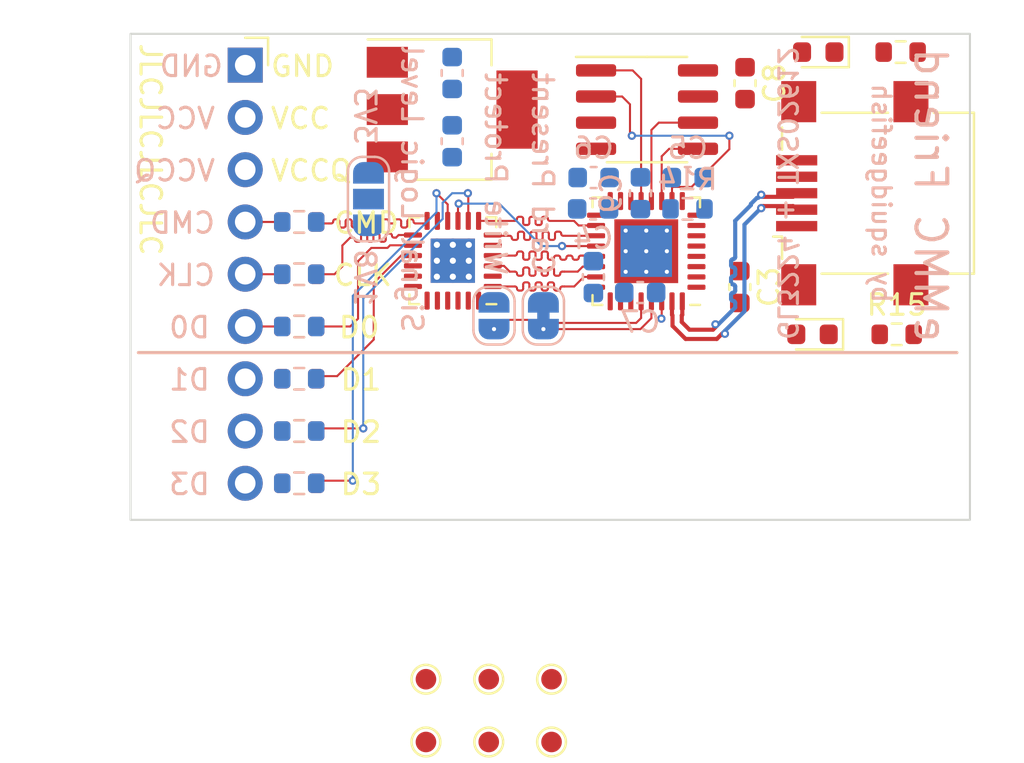
<source format=kicad_pcb>
(kicad_pcb (version 20221018) (generator pcbnew)
  (layers (0 "F.Cu" signal) (31 "B.Cu" signal) (34 "B.Paste" user) (35 "F.Paste" user) (36 "B.SilkS" user "B.Silkscreen") (37 "F.SilkS" user "F.Silkscreen") (38 "B.Mask" user) (39 "F.Mask" user) (44 "Edge.Cuts" user))
  (net 0 "")
  (net 1 "GND")
  (net 2 "VCCQ")
  (net 3 "Net-(U1C-AVDD12)")
  (net 4 "Net-(U1C-DVDD12)")
  (net 5 "Net-(C5-Pad1)")
  (net 6 "+3V3")
  (net 7 "VBUS")
  (net 8 "+1V8")
  (net 9 "Net-(D1-K)")
  (net 10 "Net-(D1-A)")
  (net 12 "Net-(J1-Pin_4)")
  (net 13 "Net-(J1-Pin_5)")
  (net 14 "Net-(J1-Pin_6)")
  (net 15 "Net-(J1-Pin_7)")
  (net 16 "Net-(J1-Pin_8)")
  (net 17 "Net-(J1-Pin_9)")
  (net 24 "Net-(U2-CMDB_1)")
  (net 25 "Net-(U2-CLKB_1)")
  (net 26 "Net-(U2-DAT0B_1)")
  (net 27 "Net-(U2-DAT1B_1)")
  (net 28 "Net-(U2-DAT2B_1)")
  (net 29 "Net-(U2-DAT3B_1)")
  (net 31 "Net-(U1A-RTERM)")
  (net 32 "Net-(U1B-SPI_MISO)")
  (net 33 "Net-(U1B-SPI_MOSI)")
  (net 34 "Net-(U1B-SPI_CK)")
  (net 35 "Net-(U1B-SPI_CS)")
  (net 36 "Net-(U1A-SD_D1)")
  (net 37 "Net-(U1A-SD_D0)")
  (net 38 "Net-(U1A-SD_CLK)")
  (net 39 "Net-(U1A-SD_CMD)")
  (net 40 "Net-(U1A-SD_D3)")
  (net 41 "Net-(U1A-SD_D2)")
  (net 48 "/SD_WP")
  (net 49 "/SD_CD#")
  (net 50 "/VCCA")
  (net 51 "/D-")
  (net 52 "/D+")
  (net 53 "Net-(D2-K)")
  (net 54 "/SD_VCC")
  (footprint "LED_SMD:LED_0603_1608Metric" (layer "F.Cu") (at 152.3745 74.676 180)
    (fp_text reference "D2" hide)
    (fp_text value "LED_Small_Filled")
  )
  (footprint "Capacitor_SMD:C_0603_1608Metric" (layer "F.Cu") (at 149.098 62.471 -90)
    (fp_text reference "C8")
    (fp_text value "0.1uF")
  )
  (footprint "TestPoint:TestPoint_Pad_D1.0mm" (layer "F.Cu") (at 139.7 94.488)
    (fp_text reference "TP6" hide)
    (fp_text value "TestPoint_Small" hide)
  )
  (footprint "TestPoint:TestPoint_Pad_D1.0mm" (layer "F.Cu") (at 139.7 91.438)
    (fp_text reference "TP5" hide)
    (fp_text value "TestPoint_Small" hide)
  )
  (footprint "TestPoint:TestPoint_Pad_D1.0mm" (layer "F.Cu") (at 136.65 94.488)
    (fp_text reference "TP4" hide)
    (fp_text value "TestPoint_Small" hide)
  )
  (footprint "Connector_USB:USB_Mini-B_Lumberg_2486_01_Horizontal" (layer "F.Cu") (at 154.305 67.818 90)
    (fp_text reference "J2" hide)
    (fp_text value "USB_B_Mini")
  )
  (footprint "Connector_PinSocket_2.54mm:PinSocket_1x09_P2.54mm_Horizontal" (layer "F.Cu") (at 124.8225 61.595)
    (fp_text reference "J1" hide)
    (fp_text value "Conn_01x09_Socket")
  )
  (footprint "TestPoint:TestPoint_Pad_D1.0mm" (layer "F.Cu") (at 136.65 91.438)
    (fp_text reference "TP3" hide)
    (fp_text value "TestPoint_Small" hide)
  )
  (footprint "TestPoint:TestPoint_Pad_D1.0mm" (layer "F.Cu") (at 133.6 94.488)
    (fp_text reference "TP2" hide)
    (fp_text value "TestPoint_Small" hide)
  )
  (footprint "Package_DFN_QFN:QFN-24-1EP_4x4mm_P0.5mm_EP2.15x2.15mm_ThermalVias" (layer "F.Cu") (at 134.906097 71.1 180)
    (fp_text reference "U2" hide)
    (fp_text value "TXS02612")
  )
  (footprint "Resistor_SMD:R_0603_1608Metric" (layer "F.Cu") (at 156.464 74.676)
    (fp_text reference "R15")
    (fp_text value "220")
  )
  (footprint "Resistor_SMD:R_0603_1608Metric" (layer "F.Cu") (at 156.655 60.96)
    (fp_text reference "R13" hide)
    (fp_text value "220")
  )
  (footprint "Resistor_SMD:R_0603_1608Metric" (layer "F.Cu") (at 127.445 79.375 180)
    (fp_text reference "R5" hide)
    (fp_text value "0")
  )
  (footprint "TestPoint:TestPoint_Pad_D1.0mm" (layer "F.Cu") (at 133.6 91.438)
    (fp_text reference "TP1" hide)
    (fp_text value "TestPoint_Small" hide)
  )
  (footprint "Resistor_SMD:R_0603_1608Metric" (layer "F.Cu") (at 127.445 71.755 180)
    (fp_text reference "R2" hide)
    (fp_text value "0")
  )
  (footprint "Resistor_SMD:R_0603_1608Metric" (layer "F.Cu") (at 127.445 81.915 180)
    (fp_text reference "R6" hide)
    (fp_text value "0")
  )
  (footprint "Resistor_SMD:R_0603_1608Metric" (layer "F.Cu") (at 127.445 76.835 180)
    (fp_text reference "R4" hide)
    (fp_text value "0")
  )
  (footprint "Package_DFN_QFN:QFN-32-1EP_5x5mm_P0.5mm_EP3.1x3.1mm_ThermalVias" (layer "F.Cu") (at 144.3 70.6365 180)
    (fp_text reference "U1" hide)
    (fp_text value "~")
  )
  (footprint "Capacitor_SMD:C_0603_1608Metric" (layer "F.Cu") (at 148.844 72.377 -90)
    (fp_text reference "C3")
    (fp_text value "0.1uF")
  )
  (footprint "LED_SMD:LED_0603_1608Metric" (layer "F.Cu") (at 152.654 60.96 180)
    (fp_text reference "D1" hide)
    (fp_text value "LED_Small_Filled")
  )
  (footprint "Package_SO:SOIC-8_3.9x4.9mm_P1.27mm" (layer "F.Cu") (at 144.337 63.754)
    (fp_text reference "U3" hide)
    (fp_text value "W25X20CLSN")
  )
  (footprint "Resistor_SMD:R_0603_1608Metric" (layer "F.Cu") (at 127.445 69.215 180)
    (fp_text reference "R1" hide)
    (fp_text value "0")
  )
  (footprint "Resistor_SMD:R_0603_1608Metric" (layer "F.Cu") (at 127.445 74.295 180)
    (fp_text reference "R3" hide)
    (fp_text value "0")
  )
  (footprint "Package_TO_SOT_SMD:SOT-223-3_TabPin2" (layer "F.Cu") (at 134.874 63.754)
    (fp_text reference "U4" hide)
    (fp_text value "LM1117MP-1.8")
  )
  (footprint "Capacitor_SMD:C_0603_1608Metric" (layer "B.Cu") (at 144.018 67.818 -90)
    (fp_text reference "C9")
    (fp_text value "2.2uF")
  )
  (footprint "Resistor_SMD:R_0603_1608Metric" (layer "B.Cu") (at 146.304 68.58 180)
    (fp_text reference "R14")
    (fp_text value "680")
  )
  (footprint "Resistor_SMD:R_0603_1608Metric" (layer "B.Cu") (at 127.445 69.215)
    (fp_text reference "R12" hide)
    (fp_text value "47")
  )
  (footprint "Jumper:SolderJumper-2_P1.3mm_Bridged_RoundedPad1.0x1.5mm" (layer "B.Cu") (at 139.304001 73.772 90)
    (fp_text reference "JP2" hide)
    (fp_text value "SolderJumper_2_Bridged")
  )
  (footprint "Jumper:SolderJumper-2_P1.3mm_Open_RoundedPad1.0x1.5mm" (layer "B.Cu") (at 136.906 73.772 90)
    (fp_text reference "JP1" hide)
    (fp_text value "SolderJumper_2_Open")
  )
  (footprint "Resistor_SMD:R_0603_1608Metric" (layer "B.Cu") (at 127.445 79.375)
    (fp_text reference "R8" hide)
    (fp_text value "47")
  )
  (footprint "Resistor_SMD:R_0603_1608Metric" (layer "B.Cu") (at 127.445 76.835)
    (fp_text reference "R9" hide)
    (fp_text value "47")
  )
  (footprint "Capacitor_SMD:C_0603_1608Metric" (layer "B.Cu") (at 134.874 61.976 90)
    (fp_text reference "C11" hide)
    (fp_text value "4.7uF")
  )
  (footprint "Capacitor_SMD:C_0603_1608Metric" (layer "B.Cu") (at 144.005 72.644)
    (fp_text reference "C7")
    (fp_text value "0.1uF")
  )
  (footprint "Capacitor_SMD:C_0603_1608Metric" (layer "B.Cu") (at 141.719 68.58)
    (fp_text reference "C4")
    (fp_text value "1uF")
  )
  (footprint "Capacitor_SMD:C_0603_1608Metric" (layer "B.Cu") (at 141.745 67.056 180)
    (fp_text reference "C6")
    (fp_text value "0.1uF")
  )
  (footprint "Capacitor_SMD:C_0603_1608Metric" (layer "B.Cu") (at 141.732 71.895 90)
    (fp_text reference "C1" hide)
    (fp_text value "0.1uF")
  )
  (footprint "Capacitor_SMD:C_0603_1608Metric" (layer "B.Cu") (at 134.874 65.291 90)
    (fp_text reference "C10" hide)
    (fp_text value "4.7uF")
  )
  (footprint "Capacitor_SMD:C_0603_1608Metric" (layer "B.Cu") (at 146.317 67.056 180)
    (fp_text reference "C5")
    (fp_text value "1uF")
  )
  (footprint "Resistor_SMD:R_0603_1608Metric" (layer "B.Cu") (at 127.445 71.755)
    (fp_text reference "R11" hide)
    (fp_text value "47")
  )
  (footprint "Resistor_SMD:R_0603_1608Metric" (layer "B.Cu") (at 127.445 74.295)
    (fp_text reference "R10" hide)
    (fp_text value "47")
  )
  (footprint "Jumper:SolderJumper-3_P1.3mm_Open_RoundedPad1.0x1.5mm" (layer "B.Cu") (at 130.81 68.102 90)
    (fp_text reference "JP3" hide)
    (fp_text value "SolderJumper_3_Open")
  )
  (footprint "Resistor_SMD:R_0603_1608Metric" (layer "B.Cu") (at 127.445 81.915)
    (fp_text reference "R7" hide)
    (fp_text value "47")
  )
  (gr_line (start 119.634 75.565) (end 159.385 75.565) (stroke (width 0.15)) (layer "B.SilkS"))
  (gr_line (start 119.634 75.565) (end 159.385 75.565) (stroke (width 0.15)) (layer "F.SilkS"))
  (gr_rect (start 119.253 60.071) (end 160.02 83.693) (stroke (width 0.1)) (fill none) (layer "Edge.Cuts"))
  (gr_text "VCC" (at 123.444 64.77) (layer "B.SilkS") (effects (font (size 1 1)) (justify left bottom mirror)))
  (gr_text "D0" (at 123.19 74.93) (layer "B.SilkS") (effects (font (size 1 1)) (justify left bottom mirror)))
  (gr_text "by squidgeefish" (at 155.194 67.818 270) (layer "B.SilkS") (effects (font (size 0.9 0.9)) (justify bottom mirror)))
  (gr_text "Signal Logic Level" (at 132.334 74.676 270) (layer "B.SilkS") (effects (font (size 1 1)) (justify left bottom mirror)))
  (gr_text "CLK" (at 123.444 72.39) (layer "B.SilkS") (effects (font (size 1 1)) (justify left bottom mirror)))
  (gr_text "VCCQ" (at 123.444 67.31) (layer "B.SilkS") (effects (font (size 1 1)) (justify left bottom mirror)))
  (gr_text "GL3224 + TXS02612" (at 150.622 67.818 270) (layer "B.SilkS") (effects (font (size 0.9 0.9)) (justify bottom mirror)))
  (gr_text "CMD" (at 123.444 69.85) (layer "B.SilkS") (effects (font (size 1 1)) (justify left bottom mirror)))
  (gr_text "D2" (at 123.19 80.01) (layer "B.SilkS") (effects (font (size 1 1)) (justify left bottom mirror)))
  (gr_text "Card Present" (at 138.684 71.882 -90) (layer "B.SilkS") (effects (font (size 1 1)) (justify left bottom mirror)))
  (gr_text "D1" (at 123.19 77.47) (layer "B.SilkS") (effects (font (size 1 1)) (justify left bottom mirror)))
  (gr_text "D3" (at 123.19 82.55) (layer "B.SilkS") (effects (font (size 1 1)) (justify left bottom mirror)))
  (gr_text "eMMC Friend" (at 157.226 75.184 270) (layer "B.SilkS") (effects (font (size 1.5 1.5) (thickness 0.2)) (justify left bottom mirror)))
  (gr_text "3V3" (at 130.048 65.532 -90) (layer "B.SilkS") (effects (font (size 1 1)) (justify left bottom mirror)))
  (gr_text "GND" (at 123.825 62.23) (layer "B.SilkS") (effects (font (size 1 1)) (justify left bottom mirror)))
  (gr_text "1V8" (at 130.048 73.406 -90) (layer "B.SilkS") (effects (font (size 1 1)) (justify left bottom mirror)))
  (gr_text "Write Protect" (at 136.398 71.882 270) (layer "B.SilkS") (effects (font (size 1 1)) (justify left bottom mirror)))
  (gr_text "D1" (at 129.369618 77.47) (layer "F.SilkS") (effects (font (size 1 1)) (justify left bottom)))
  (gr_text "D3" (at 129.369618 82.55) (layer "F.SilkS") (effects (font (size 1 1)) (justify left bottom)))
  (gr_text "GND" (at 125.984 62.23) (layer "F.SilkS") (effects (font (size 1 1)) (justify left bottom)))
  (gr_text "CMD" (at 129.032 69.85) (layer "F.SilkS") (effects (font (size 1 1)) (justify left bottom)))
  (gr_text "D2" (at 129.369618 80.01) (layer "F.SilkS") (effects (font (size 1 1)) (justify left bottom)))
  (gr_text "JLCJLCJLCJLC" (at 119.634 60.452 -90) (layer "F.SilkS") (effects (font (size 1 1)) (justify left bottom)))
  (gr_text "VCCQ" (at 125.984 67.31) (layer "F.SilkS") (effects (font (size 1 1)) (justify left bottom)))
  (gr_text "CLK" (at 129.032 72.39) (layer "F.SilkS") (effects (font (size 1 1)) (justify left bottom)))
  (gr_text "VCC" (at 125.984 64.77) (layer "F.SilkS") (effects (font (size 1 1)) (justify left bottom)))
  (gr_text "D0" (at 129.286 74.93) (layer "F.SilkS") (effects (font (size 1 1)) (justify left bottom)))
  (segment (start 145.05 73.074) (end 145.05 73.898) (width 0.1) (layer "F.Cu") (net 5))
  (segment (start 145.05 73.898) (end 145.034 73.914) (width 0.1) (layer "F.Cu") (net 5))
  (via (at 145.034 73.914) (size 0.4) (drill 0.2) (layers "F.Cu" "B.Cu") (net 5))
  (segment (start 126.62 69.215) (end 124.8225 69.215) (width 0.1) (layer "F.Cu") (net 12))
  (segment (start 126.62 71.755) (end 124.8225 71.755) (width 0.1) (layer "F.Cu") (net 13))
  (segment (start 126.62 74.295) (end 124.8225 74.295) (width 0.1) (layer "F.Cu") (net 14))
  (segment (start 130.296 69.287636) (end 130.296 69.387636) (width 0.1) (layer "F.Cu") (net 24))
  (segment (start 132.896 69.087636) (end 132.796 69.087636) (width 0.1) (layer "F.Cu") (net 24))
  (segment (start 131.696 69.087636) (end 131.596 69.087636) (width 0.1) (layer "F.Cu") (net 24))
  (segment (start 128.451364 69.033636) (end 128.27 69.215) (width 0.1) (layer "F.Cu") (net 24))
  (segment (start 132.296 69.087636) (end 132.196 69.087636) (width 0.1) (layer "F.Cu") (net 24))
  (segment (start 129.396 69.387636) (end 129.396 69.287636) (width 0.1) (layer "F.Cu") (net 24))
  (segment (start 131.996 69.287636) (end 131.896 69.287636) (width 0.1) (layer "F.Cu") (net 24))
  (segment (start 132.396 69.287636) (end 132.396 69.187636) (width 0.1) (layer "F.Cu") (net 24))
  (segment (start 132.596 69.487636) (end 132.496 69.487636) (width 0.1) (layer "F.Cu") (net 24))
  (segment (start 129.396 69.287636) (end 129.396 69.187636) (width 0.1) (layer "F.Cu") (net 24))
  (segment (start 129.696 69.287636) (end 129.696 69.387636) (width 0.1) (layer "F.Cu") (net 24))
  (segment (start 129.296 69.087636) (end 129.196 69.087636) (width 0.1) (layer "F.Cu") (net 24))
  (segment (start 132.696 69.187636) (end 132.696 69.287636) (width 0.1) (layer "F.Cu") (net 24))
  (segment (start 130.196 69.487636) (end 130.096 69.487636) (width 0.1) (layer "F.Cu") (net 24))
  (segment (start 133.656097 69.287636) (end 133.096 69.287636) (width 0.1) (layer "F.Cu") (net 24))
  (segment (start 129.996 69.287636) (end 129.996 69.187636) (width 0.1) (layer "F.Cu") (net 24))
  (segment (start 128.896 69.287636) (end 128.451364 69.287636) (width 0.1) (layer "F.Cu") (net 24))
  (segment (start 129.596 69.487636) (end 129.496 69.487636) (width 0.1) (layer "F.Cu") (net 24))
  (segment (start 132.396 69.387636) (end 132.396 69.287636) (width 0.1) (layer "F.Cu") (net 24))
  (segment (start 129.696 69.187636) (end 129.696 69.287636) (width 0.1) (layer "F.Cu") (net 24))
  (segment (start 129.896 69.087636) (end 129.796 69.087636) (width 0.1) (layer "F.Cu") (net 24))
  (segment (start 130.496 69.087636) (end 130.396 69.087636) (width 0.1) (layer "F.Cu") (net 24))
  (segment (start 132.696 69.287636) (end 132.696 69.387636) (width 0.1) (layer "F.Cu") (net 24))
  (segment (start 129.996 69.387636) (end 129.996 69.287636) (width 0.1) (layer "F.Cu") (net 24))
  (segment (start 130.296 69.187636) (end 130.296 69.287636) (width 0.1) (layer "F.Cu") (net 24))
  (segment (start 128.996 69.287636) (end 128.896 69.287636) (width 0.1) (layer "F.Cu") (net 24))
  (segment (start 130.796 69.287636) (end 130.696 69.287636) (width 0.1) (layer "F.Cu") (net 24))
  (segment (start 131.096 69.087636) (end 130.996 69.087636) (width 0.1) (layer "F.Cu") (net 24))
  (segment (start 131.396 69.287636) (end 131.296 69.287636) (width 0.1) (layer "F.Cu") (net 24))
  (arc (start 130.296 69.387636) (mid 130.266711 69.458347) (end 130.196 69.487636) (width 0.1) (layer "F.Cu") (net 24))
  (arc (start 131.496 69.187636) (mid 131.466711 69.258347) (end 131.396 69.287636) (width 0.1) (layer "F.Cu") (net 24))
  (arc (start 132.096 69.187636) (mid 132.066711 69.258347) (end 131.996 69.287636) (width 0.1) (layer "F.Cu") (net 24))
  (arc (start 132.196 69.087636) (mid 132.125289 69.116925) (end 132.096 69.187636) (width 0.1) (layer "F.Cu") (net 24))
  (arc (start 131.196 69.187636) (mid 131.166711 69.116925) (end 131.096 69.087636) (width 0.1) (layer "F.Cu") (net 24))
  (arc (start 132.396 69.187636) (mid 132.366711 69.116925) (end 132.296 69.087636) (width 0.1) (layer "F.Cu") (net 24))
  (arc (start 131.896 69.287636) (mid 131.825289 69.258347) (end 131.796 69.187636) (width 0.1) (layer "F.Cu") (net 24))
  (arc (start 129.396 69.187636) (mid 129.366711 69.116925) (end 129.296 69.087636) (width 0.1) (layer "F.Cu") (net 24))
  (arc (start 131.796 69.187636) (mid 131.766711 69.116925) (end 131.696 69.087636) (width 0.1) (layer "F.Cu") (net 24))
  (arc (start 129.796 69.087636) (mid 129.725289 69.116925) (end 129.696 69.187636) (width 0.1) (layer "F.Cu") (net 24))
  (arc (start 130.896 69.187636) (mid 130.866711 69.258347) (end 130.796 69.287636) (width 0.1) (layer "F.Cu") (net 24))
  (arc (start 129.096 69.187636) (mid 129.066711 69.258347) (end 128.996 69.287636) (width 0.1) (layer "F.Cu") (net 24))
  (arc (start 130.096 69.487636) (mid 130.025289 69.458347) (end 129.996 69.387636) (width 0.1) (layer "F.Cu") (net 24))
  (arc (start 130.396 69.087636) (mid 130.325289 69.116925) (end 130.296 69.187636) (width 0.1) (layer "F.Cu") (net 24))
  (arc (start 133.096 69.287636) (mid 133.025289 69.258347) (end 132.996 69.187636) (width 0.1) (layer "F.Cu") (net 24))
  (arc (start 130.696 69.287636) (mid 130.625289 69.258347) (end 130.596 69.187636) (width 0.1) (layer "F.Cu") (net 24))
  (arc (start 131.596 69.087636) (mid 131.525289 69.116925) (end 131.496 69.187636) (width 0.1) (layer "F.Cu") (net 24))
  (arc (start 129.996 69.187636) (mid 129.966711 69.116925) (end 129.896 69.087636) (width 0.1) (layer "F.Cu") (net 24))
  (arc (start 130.996 69.087636) (mid 130.925289 69.116925) (end 130.896 69.187636) (width 0.1) (layer "F.Cu") (net 24))
  (arc (start 132.796 69.087636) (mid 132.725289 69.116925) (end 132.696 69.187636) (width 0.1) (layer "F.Cu") (net 24))
  (arc (start 132.996 69.187636) (mid 132.966711 69.116925) (end 132.896 69.087636) (width 0.1) (layer "F.Cu") (net 24))
  (arc (start 132.696 69.387636) (mid 132.666711 69.458347) (end 132.596 69.487636) (width 0.1) (layer "F.Cu") (net 24))
  (arc (start 129.196 69.087636) (mid 129.125289 69.116925) (end 129.096 69.187636) (width 0.1) (layer "F.Cu") (net 24))
  (arc (start 131.296 69.287636) (mid 131.225289 69.258347) (end 131.196 69.187636) (width 0.1) (layer "F.Cu") (net 24))
  (arc (start 129.696 69.387636) (mid 129.666711 69.458347) (end 129.596 69.487636) (width 0.1) (layer "F.Cu") (net 24))
  (arc (start 130.596 69.187636) (mid 130.566711 69.116925) (end 130.496 69.087636) (width 0.1) (layer "F.Cu") (net 24))
  (arc (start 129.496 69.487636) (mid 129.425289 69.458347) (end 129.396 69.387636) (width 0.1) (layer "F.Cu") (net 24))
  (arc (start 132.496 69.487636) (mid 132.425289 69.458347) (end 132.396 69.387636) (width 0.1) (layer "F.Cu") (net 24))
  (segment (start 131.448 70.175136) (end 131.548 70.175136) (width 0.1) (layer "F.Cu") (net 25))
  (segment (start 131.148 69.775136) (end 131.248 69.775136) (width 0.1) (layer "F.Cu") (net 25))
  (segment (start 131.648 70.075136) (end 131.648 69.975136) (width 0.1) (layer "F.Cu") (net 25))
  (segment (start 128.27 71.755) (end 129.159 71.755) (width 0.1) (layer "F.Cu") (net 25))
  (segment (start 130.748 69.875136) (end 130.748 69.975136) (width 0.1) (layer "F.Cu") (net 25))
  (segment (start 130.748 69.975136) (end 130.748 70.075136) (width 0.1) (layer "F.Cu") (net 25))
  (segment (start 132.048 69.975136) (end 132.148 69.975136) (width 0.1) (layer "F.Cu") (net 25))
  (segment (start 132.273136 69.85) (end 132.843461 69.85) (width 0.1) (layer "F.Cu") (net 25))
  (segment (start 129.54 71.374) (end 129.54 70.358) (width 0.1) (layer "F.Cu") (net 25))
  (segment (start 131.748 69.775136) (end 131.848 69.775136) (width 0.1) (layer "F.Cu") (net 25))
  (segment (start 131.648 69.975136) (end 131.648 69.875136) (width 0.1) (layer "F.Cu") (net 25))
  (segment (start 129.922864 69.975136) (end 130.048 69.975136) (width 0.1) (layer "F.Cu") (net 25))
  (segment (start 130.848 70.175136) (end 130.948 70.175136) (width 0.1) (layer "F.Cu") (net 25))
  (segment (start 131.048 69.975136) (end 131.048 69.875136) (width 0.1) (layer "F.Cu") (net 25))
  (segment (start 131.348 69.975136) (end 131.348 70.075136) (width 0.1) (layer "F.Cu") (net 25))
  (segment (start 129.159 71.755) (end 129.54 71.374) (width 0.1) (layer "F.Cu") (net 25))
  (segment (start 131.348 69.875136) (end 131.348 69.975136) (width 0.1) (layer "F.Cu") (net 25))
  (segment (start 130.248 70.175136) (end 130.348 70.175136) (width 0.1) (layer "F.Cu") (net 25))
  (segment (start 130.448 69.975136) (end 130.448 69.875136) (width 0.1) (layer "F.Cu") (net 25))
  (segment (start 130.448 70.075136) (end 130.448 69.975136) (width 0.1) (layer "F.Cu") (net 25))
  (segment (start 129.54 70.358) (end 129.922864 69.975136) (width 0.1) (layer "F.Cu") (net 25))
  (segment (start 132.148 69.975136) (end 132.273136 69.85) (width 0.1) (layer "F.Cu") (net 25))
  (segment (start 130.548 69.775136) (end 130.648 69.775136) (width 0.1) (layer "F.Cu") (net 25))
  (segment (start 131.048 70.075136) (end 131.048 69.975136) (width 0.1) (layer "F.Cu") (net 25))
  (arc (start 131.548 70.175136) (mid 131.618711 70.145847) (end 131.648 70.075136) (width 0.1) (layer "F.Cu") (net 25))
  (arc (start 130.948 70.175136) (mid 131.018711 70.145847) (end 131.048 70.075136) (width 0.1) (layer "F.Cu") (net 25))
  (arc (start 130.348 70.175136) (mid 130.418711 70.145847) (end 130.448 70.075136) (width 0.1) (layer "F.Cu") (net 25))
  (arc (start 131.048 69.875136) (mid 131.077289 69.804425) (end 131.148 69.775136) (width 0.1) (layer "F.Cu") (net 25))
  (arc (start 131.848 69.775136) (mid 131.918711 69.804425) (end 131.948 69.875136) (width 0.1) (layer "F.Cu") (net 25))
  (arc (start 131.648 69.875136) (mid 131.677289 69.804425) (end 131.748 69.775136) (width 0.1) (layer "F.Cu") (net 25))
  (arc (start 130.648 69.775136) (mid 130.718711 69.804425) (end 130.748 69.875136) (width 0.1) (layer "F.Cu") (net 25))
  (arc (start 130.148 70.075136) (mid 130.177289 70.145847) (end 130.248 70.175136) (width 0.1) (layer "F.Cu") (net 25))
  (arc (start 131.348 70.075136) (mid 131.377289 70.145847) (end 131.448 70.175136) (width 0.1) (layer "F.Cu") (net 25))
  (arc (start 131.248 69.775136) (mid 131.318711 69.804425) (end 131.348 69.875136) (width 0.1) (layer "F.Cu") (net 25))
  (arc (start 131.948 69.875136) (mid 131.977289 69.945847) (end 132.048 69.975136) (width 0.1) (layer "F.Cu") (net 25))
  (arc (start 130.748 70.075136) (mid 130.777289 70.145847) (end 130.848 70.175136) (width 0.1) (layer "F.Cu") (net 25))
  (arc (start 130.048 69.975136) (mid 130.118711 70.004425) (end 130.148 70.075136) (width 0.1) (layer "F.Cu") (net 25))
  (arc (start 130.448 69.875136) (mid 130.477289 69.804425) (end 130.548 69.775136) (width 0.1) (layer "F.Cu") (net 25))
  (segment (start 132.968597 70.35) (end 131.855976 70.35) (width 0.1) (layer "F.Cu") (net 26))
  (segment (start 128.27 74.295) (end 129.921 74.295) (width 0.1) (layer "F.Cu") (net 26))
  (segment (start 130.302 73.914) (end 130.302 71.12) (width 0.1) (layer "F.Cu") (net 26))
  (segment (start 130.302 71.12) (end 130.946864 70.475136) (width 0.1) (layer "F.Cu") (net 26))
  (segment (start 131.73084 70.475136) (end 130.946864 70.475136) (width 0.1) (layer "F.Cu") (net 26))
  (segment (start 129.921 74.295) (end 130.302 73.914) (width 0.1) (layer "F.Cu") (net 26))
  (segment (start 131.855976 70.35) (end 131.73084 70.475136) (width 0.1) (layer "F.Cu") (net 26))
  (segment (start 131.064 72.179264) (end 131.064 74.93) (width 0.1) (layer "F.Cu") (net 27))
  (segment (start 128.397 76.708) (end 128.27 76.835) (width 0.1) (layer "F.Cu") (net 27))
  (segment (start 131.064 74.93) (end 129.286 76.708) (width 0.1) (layer "F.Cu") (net 27))
  (segment (start 129.286 76.708) (end 128.397 76.708) (width 0.1) (layer "F.Cu") (net 27))
  (segment (start 132.968597 70.85) (end 132.393264 70.85) (width 0.1) (layer "F.Cu") (net 27))
  (segment (start 132.393264 70.85) (end 131.064 72.179264) (width 0.1) (layer "F.Cu") (net 27))
  (segment (start 135.636 67.818) (end 135.656097 67.838097) (width 0.1) (layer "F.Cu") (net 28))
  (segment (start 128.397 79.248) (end 128.27 79.375) (width 0.1) (layer "F.Cu") (net 28))
  (segment (start 135.656097 67.838097) (end 135.656097 69.287636) (width 0.1) (layer "F.Cu") (net 28))
  (segment (start 130.556 79.248) (end 128.397 79.248) (width 0.1) (layer "F.Cu") (net 28))
  (via (at 135.636 67.818) (size 0.4) (drill 0.2) (layers "F.Cu" "B.Cu") (net 28))
  (via (at 130.556 79.248) (size 0.4) (drill 0.2) (layers "F.Cu" "B.Cu") (net 28))
  (segment (start 130.556 79.248) (end 130.556 72.925233) (width 0.1) (layer "B.Cu") (net 28))
  (segment (start 134.412 69.069233) (end 134.412 68.28) (width 0.1) (layer "B.Cu") (net 28))
  (segment (start 130.556 72.925233) (end 134.412 69.069233) (width 0.1) (layer "B.Cu") (net 28))
  (segment (start 134.412 68.28) (end 134.874 67.818) (width 0.1) (layer "B.Cu") (net 28))
  (segment (start 134.874 67.818) (end 135.636 67.818) (width 0.1) (layer "B.Cu") (net 28))
  (segment (start 130.048 81.788) (end 128.397 81.788) (width 0.1) (layer "F.Cu") (net 29))
  (segment (start 128.397 81.788) (end 128.27 81.915) (width 0.1) (layer "F.Cu") (net 29))
  (segment (start 134.112 67.818) (end 134.656097 68.362097) (width 0.1) (layer "F.Cu") (net 29))
  (segment (start 134.656097 68.362097) (end 134.656097 69.1625) (width 0.1) (layer "F.Cu") (net 29))
  (via (at 134.112 67.818) (size 0.4) (drill 0.2) (layers "F.Cu" "B.Cu") (net 29))
  (via (at 130.048 81.788) (size 0.4) (drill 0.2) (layers "F.Cu" "B.Cu") (net 29))
  (segment (start 134.112 68.742497) (end 130.048 72.806497) (width 0.1) (layer "B.Cu") (net 29))
  (segment (start 134.112 67.818) (end 134.112 68.742497) (width 0.1) (layer "B.Cu") (net 29))
  (segment (start 130.048 72.806497) (end 130.048 81.788) (width 0.1) (layer "B.Cu") (net 29))
  (segment (start 146.500185 67.5115) (end 145.5945 67.5115) (width 0.1) (layer "F.Cu") (net 32))
  (segment (start 141.862 63.119) (end 143.129 63.119) (width 0.1) (layer "F.Cu") (net 32))
  (segment (start 143.129 63.119) (end 143.51 63.5) (width 0.1) (layer "F.Cu") (net 32))
  (segment (start 145.5945 67.5115) (end 145.55 67.556) (width 0.1) (layer "F.Cu") (net 32))
  (segment (start 143.51 63.5) (end 143.51 64.9335) (width 0.1) (layer "F.Cu") (net 32))
  (segment (start 148.336 65.675685) (end 146.500185 67.5115) (width 0.1) (layer "F.Cu") (net 32))
  (segment (start 145.55 67.556) (end 145.55 68.199) (width 0.1) (layer "F.Cu") (net 32))
  (segment (start 143.51 64.9335) (end 143.6005 65.024) (width 0.1) (layer "F.Cu") (net 32))
  (segment (start 148.336 65.024) (end 148.336 65.675685) (width 0.1) (layer "F.Cu") (net 32))
  (via (at 148.336 65.024) (size 0.4) (drill 0.2) (layers "F.Cu" "B.Cu") (net 32))
  (via (at 143.6005 65.024) (size 0.4) (drill 0.2) (layers "F.Cu" "B.Cu") (net 32))
  (segment (start 143.6005 65.024) (end 148.336 65.024) (width 0.1) (layer "B.Cu") (net 32))
  (segment (start 145.415 65.659) (end 145.05 66.024) (width 0.1) (layer "F.Cu") (net 33))
  (segment (start 145.05 66.024) (end 145.05 68.199) (width 0.1) (layer "F.Cu") (net 33))
  (segment (start 146.812 65.659) (end 145.415 65.659) (width 0.1) (layer "F.Cu") (net 33))
  (segment (start 144.55 68.199) (end 144.55 64.746) (width 0.1) (layer "F.Cu") (net 34))
  (segment (start 144.907 64.389) (end 146.812 64.389) (width 0.1) (layer "F.Cu") (net 34))
  (segment (start 144.55 64.746) (end 144.907 64.389) (width 0.1) (layer "F.Cu") (net 34))
  (segment (start 143.637 61.849) (end 144.05 62.262) (width 0.1) (layer "F.Cu") (net 35))
  (segment (start 144.05 62.262) (end 144.05 68.199) (width 0.1) (layer "F.Cu") (net 35))
  (segment (start 141.862 61.849) (end 143.637 61.849) (width 0.1) (layer "F.Cu") (net 35))
  (segment (start 139.222 69.2625) (end 139.222 69.1625) (width 0.1) (layer "F.Cu") (net 36))
  (segment (start 138.622 69.1625) (end 138.622 69.0625) (width 0.1) (layer "F.Cu") (net 36))
  (segment (start 140.7905 69.1625) (end 141.0145 69.3865) (width 0.1) (layer "F.Cu") (net 36))
  (segment (start 138.922 69.1625) (end 138.922 69.2625) (width 0.1) (layer "F.Cu") (net 36))
  (segment (start 139.322 68.9625) (end 139.422 68.9625) (width 0.1) (layer "F.Cu") (net 36))
  (segment (start 138.722 68.9625) (end 138.822 68.9625) (width 0.1) (layer "F.Cu") (net 36))
  (segment (start 139.022 69.3625) (end 139.122 69.3625) (width 0.1) (layer "F.Cu") (net 36))
  (segment (start 139.222 69.1625) (end 139.222 69.0625) (width 0.1) (layer "F.Cu") (net 36))
  (segment (start 138.122 68.9625) (end 138.222 68.9625) (width 0.1) (layer "F.Cu") (net 36))
  (segment (start 138.622 69.2625) (end 138.622 69.1625) (width 0.1) (layer "F.Cu") (net 36))
  (segment (start 139.722 69.1625) (end 140.7905 69.1625) (width 0.1) (layer "F.Cu") (net 36))
  (segment (start 138.922 69.0625) (end 138.922 69.1625) (width 0.1) (layer "F.Cu") (net 36))
  (segment (start 138.322 69.0625) (end 138.322 69.1625) (width 0.1) (layer "F.Cu") (net 36))
  (segment (start 138.322 69.1625) (end 138.322 69.2625) (width 0.1) (layer "F.Cu") (net 36))
  (segment (start 139.622 69.1625) (end 139.722 69.1625) (width 0.1) (layer "F.Cu") (net 36))
  (segment (start 138.422 69.3625) (end 138.522 69.3625) (width 0.1) (layer "F.Cu") (net 36))
  (segment (start 141.0145 69.3865) (end 141.8625 69.3865) (width 0.1) (layer "F.Cu") (net 36))
  (segment (start 136.156097 69.1625) (end 137.922 69.1625) (width 0.1) (layer "F.Cu") (net 36))
  (arc (start 139.222 69.0625) (mid 139.251289 68.991789) (end 139.322 68.9625) (width 0.1) (layer "F.Cu") (net 36))
  (arc (start 137.922 69.1625) (mid 137.992711 69.133211) (end 138.022 69.0625) (width 0.1) (layer "F.Cu") (net 36))
  (arc (start 138.622 69.0625) (mid 138.651289 68.991789) (end 138.722 68.9625) (width 0.1) (layer "F.Cu") (net 36))
  (arc (start 138.522 69.3625) (mid 138.592711 69.333211) (end 138.622 69.2625) (width 0.1) (layer "F.Cu") (net 36))
  (arc (start 138.322 69.2625) (mid 138.351289 69.333211) (end 138.422 69.3625) (width 0.1) (layer "F.Cu") (net 36))
  (arc (start 138.022 69.0625) (mid 138.051289 68.991789) (end 138.122 68.9625) (width 0.1) (layer "F.Cu") (net 36))
  (arc (start 139.122 69.3625) (mid 139.192711 69.333211) (end 139.222 69.2625) (width 0.1) (layer "F.Cu") (net 36))
  (arc (start 138.922 69.2625) (mid 138.951289 69.333211) (end 139.022 69.3625) (width 0.1) (layer "F.Cu") (net 36))
  (arc (start 138.822 68.9625) (mid 138.892711 68.991789) (end 138.922 69.0625) (width 0.1) (layer "F.Cu") (net 36))
  (arc (start 138.222 68.9625) (mid 138.292711 68.991789) (end 138.322 69.0625) (width 0.1) (layer "F.Cu") (net 36))
  (arc (start 139.522 69.0625) (mid 139.551289 69.133211) (end 139.622 69.1625) (width 0.1) (layer "F.Cu") (net 36))
  (arc (start 139.422 68.9625) (mid 139.492711 68.991789) (end 139.522 69.0625) (width 0.1) (layer "F.Cu") (net 36))
  (segment (start 140.368 69.8865) (end 141.8625 69.8865) (width 0.1) (layer "F.Cu") (net 37))
  (segment (start 139.868 69.8865) (end 139.868 69.7865) (width 0.1) (layer "F.Cu") (net 37))
  (segment (start 138.068 69.9865) (end 138.068 69.8865) (width 0.1) (layer "F.Cu") (net 37))
  (segment (start 138.468 70.0865) (end 138.568 70.0865) (width 0.1) (layer "F.Cu") (net 37))
  (segment (start 137.868 70.0865) (end 137.968 70.0865) (width 0.1) (layer "F.Cu") (net 37))
  (segment (start 139.068 70.0865) (end 139.168 70.0865) (width 0.1) (layer "F.Cu") (net 37))
  (segment (start 139.868 69.9865) (end 139.868 69.8865) (width 0.1) (layer "F.Cu") (net 37))
  (segment (start 136.932233 69.8865) (end 137.668 69.8865) (width 0.1) (layer "F.Cu") (net 37))
  (segment (start 138.068 69.8865) (end 138.068 69.7865) (width 0.1) (layer "F.Cu") (net 37))
  (segment (start 138.668 69.8865) (end 138.668 69.7865) (width 0.1) (layer "F.Cu") (net 37))
  (segment (start 138.368 69.8865) (end 138.368 69.9865) (width 0.1) (layer "F.Cu") (net 37))
  (segment (start 139.568 69.7865) (end 139.568 69.8865) (width 0.1) (layer "F.Cu") (net 37))
  (segment (start 138.168 69.6865) (end 138.268 69.6865) (width 0.1) (layer "F.Cu") (net 37))
  (segment (start 140.268 69.8865) (end 140.368 69.8865) (width 0.1) (layer "F.Cu") (net 37))
  (segment (start 138.768 69.6865) (end 138.868 69.6865) (width 0.1) (layer "F.Cu") (net 37))
  (segment (start 139.368 69.6865) (end 139.468 69.6865) (width 0.1) (layer "F.Cu") (net 37))
  (segment (start 139.668 70.0865) (end 139.768 70.0865) (width 0.1) (layer "F.Cu") (net 37))
  (segment (start 139.968 69.6865) (end 140.068 69.6865) (width 0.1) (layer "F.Cu") (net 37))
  (segment (start 139.268 69.8865) (end 139.268 69.7865) (width 0.1) (layer "F.Cu") (net 37))
  (segment (start 138.668 69.9865) (end 138.668 69.8865) (width 0.1) (layer "F.Cu") (net 37))
  (segment (start 138.968 69.8865) (end 138.968 69.9865) (width 0.1) (layer "F.Cu") (net 37))
  (segment (start 138.968 69.7865) (end 138.968 69.8865) (width 0.1) (layer "F.Cu") (net 37))
  (segment (start 139.568 69.8865) (end 139.568 69.9865) (width 0.1) (layer "F.Cu") (net 37))
  (segment (start 138.368 69.7865) (end 138.368 69.8865) (width 0.1) (layer "F.Cu") (net 37))
  (segment (start 139.268 69.9865) (end 139.268 69.8865) (width 0.1) (layer "F.Cu") (net 37))
  (arc (start 138.868 69.6865) (mid 138.938711 69.715789) (end 138.968 69.7865) (width 0.1) (layer "F.Cu") (net 37))
  (arc (start 139.568 69.9865) (mid 139.597289 70.057211) (end 139.668 70.0865) (width 0.1) (layer "F.Cu") (net 37))
  (arc (start 138.368 69.9865) (mid 138.397289 70.057211) (end 138.468 70.0865) (width 0.1) (layer "F.Cu") (net 37))
  (arc (start 140.068 69.6865) (mid 140.138711 69.715789) (end 140.168 69.7865) (width 0.1) (layer "F.Cu") (net 37))
  (arc (start 138.568 70.0865) (mid 138.638711 70.057211) (end 138.668 69.9865) (width 0.1) (layer "F.Cu") (net 37))
  (arc (start 137.668 69.8865) (mid 137.738711 69.915789) (end 137.768 69.9865) (width 0.1) (layer "F.Cu") (net 37))
  (arc (start 137.968 70.0865) (mid 138.038711 70.057211) (end 138.068 69.9865) (width 0.1) (layer "F.Cu") (net 37))
  (arc (start 139.268 69.7865) (mid 139.297289 69.715789) (end 139.368 69.6865) (width 0.1) (layer "F.Cu") (net 37))
  (arc (start 139.468 69.6865) (mid 139.538711 69.715789) (end 139.568 69.7865) (width 0.1) (layer "F.Cu") (net 37))
  (arc (start 139.868 69.7865) (mid 139.897289 69.715789) (end 139.968 69.6865) (width 0.1) (layer "F.Cu") (net 37))
  (arc (start 138.268 69.6865) (mid 138.338711 69.715789) (end 138.368 69.7865) (width 0.1) (layer "F.Cu") (net 37))
  (arc (start 138.668 69.7865) (mid 138.697289 69.715789) (end 138.768 69.6865) (width 0.1) (layer "F.Cu") (net 37))
  (arc (start 138.068 69.7865) (mid 138.097289 69.715789) (end 138.168 69.6865) (width 0.1) (layer "F.Cu") (net 37))
  (arc (start 139.768 70.0865) (mid 139.838711 70.057211) (end 139.868 69.9865) (width 0.1) (layer "F.Cu") (net 37))
  (arc (start 140.168 69.7865) (mid 140.197289 69.857211) (end 140.268 69.8865) (width 0.1) (layer "F.Cu") (net 37))
  (arc (start 138.968 69.9865) (mid 138.997289 70.057211) (end 139.068 70.0865) (width 0.1) (layer "F.Cu") (net 37))
  (arc (start 137.768 69.9865) (mid 137.797289 70.057211) (end 137.868 70.0865) (width 0.1) (layer "F.Cu") (net 37))
  (arc (start 139.168 70.0865) (mid 139.238711 70.057211) (end 139.268 69.9865) (width 0.1) (layer "F.Cu") (net 37))
  (segment (start 141.8625 70.3865) (end 140.208 70.3865) (width 0.1) (layer "F.Cu") (net 38))
  (segment (start 135.156097 69.1625) (end 135.156097 68.359327) (width 0.1) (layer "F.Cu") (net 38))
  (segment (start 135.156097 68.359327) (end 135.191084 68.32434) (width 0.1) (layer "F.Cu") (net 38))
  (segment (start 135.128 69.259539) (end 135.156097 69.287636) (width 0.1) (layer "F.Cu") (net 38))
  (via (at 140.208 70.3865) (size 0.4) (drill 0.2) (layers "F.Cu" "B.Cu") (net 38))
  (via (at 135.191084 68.32434) (size 0.4) (drill 0.2) (layers "F.Cu" "B.Cu") (net 38))
  (segment (start 137.15834 68.32434) (end 139.2205 70.3865) (width 0.1) (layer "B.Cu") (net 38))
  (segment (start 139.2205 70.3865) (end 140.208 70.3865) (width 0.1) (layer "B.Cu") (net 38))
  (segment (start 135.191084 68.32434) (end 137.15834 68.32434) (width 0.1) (layer "B.Cu") (net 38))
  (segment (start 139.622 71.05) (end 139.722 71.05) (width 0.1) (layer "F.Cu") (net 39))
  (segment (start 138.122 70.65) (end 138.222 70.65) (width 0.1) (layer "F.Cu") (net 39))
  (segment (start 136.843597 70.85) (end 137.922 70.85) (width 0.1) (layer "F.Cu") (net 39))
  (segment (start 138.322 70.85) (end 138.322 70.95) (width 0.1) (layer "F.Cu") (net 39))
  (segment (start 140.222 71.05) (end 140.322 71.05) (width 0.1) (layer "F.Cu") (net 39))
  (segment (start 141.222 70.85) (end 141.826 70.85) (width 0.1) (layer "F.Cu") (net 39))
  (segment (start 141.122 70.85) (end 141.222 70.85) (width 0.1) (layer "F.Cu") (net 39))
  (segment (start 138.422 71.05) (end 138.522 71.05) (width 0.1) (layer "F.Cu") (net 39))
  (segment (start 138.622 70.95) (end 138.622 70.85) (width 0.1) (layer "F.Cu") (net 39))
  (segment (start 138.622 70.85) (end 138.622 70.75) (width 0.1) (layer "F.Cu") (net 39))
  (segment (start 141.826 70.85) (end 141.8625 70.8865) (width 0.1) (layer "F.Cu") (net 39))
  (segment (start 139.522 70.85) (end 139.522 70.95) (width 0.1) (layer "F.Cu") (net 39))
  (segment (start 138.322 70.75) (end 138.322 70.85) (width 0.1) (layer "F.Cu") (net 39))
  (segment (start 139.222 70.85) (end 139.222 70.75) (width 0.1) (layer "F.Cu") (net 39))
  (segment (start 139.522 70.75) (end 139.522 70.85) (width 0.1) (layer "F.Cu") (net 39))
  (segment (start 139.222 70.95) (end 139.222 70.85) (width 0.1) (layer "F.Cu") (net 39))
  (segment (start 138.922 70.75) (end 138.922 70.85) (width 0.1) (layer "F.Cu") (net 39))
  (segment (start 140.522 70.85) (end 140.622 70.85) (width 0.1) (layer "F.Cu") (net 39))
  (segment (start 139.922 70.85) (end 140.022 70.85) (width 0.1) (layer "F.Cu") (net 39))
  (segment (start 140.822 71.05) (end 140.922 71.05) (width 0.1) (layer "F.Cu") (net 39))
  (segment (start 138.922 70.85) (end 138.922 70.95) (width 0.1) (layer "F.Cu") (net 39))
  (segment (start 139.022 71.05) (end 139.122 71.05) (width 0.1) (layer "F.Cu") (net 39))
  (segment (start 138.722 70.65) (end 138.822 70.65) (width 0.1) (layer "F.Cu") (net 39))
  (segment (start 139.322 70.65) (end 139.422 70.65) (width 0.1) (layer "F.Cu") (net 39))
  (arc (start 140.422 70.95) (mid 140.451289 70.879289) (end 140.522 70.85) (width 0.1) (layer "F.Cu") (net 39))
  (arc (start 138.222 70.65) (mid 138.292711 70.679289) (end 138.322 70.75) (width 0.1) (layer "F.Cu") (net 39))
  (arc (start 139.822 70.95) (mid 139.851289 70.879289) (end 139.922 70.85) (width 0.1) (layer "F.Cu") (net 39))
  (arc (start 139.522 70.95) (mid 139.551289 71.020711) (end 139.622 71.05) (width 0.1) (layer "F.Cu") (net 39))
  (arc (start 138.322 70.95) (mid 138.351289 71.020711) (end 138.422 71.05) (width 0.1) (layer "F.Cu") (net 39))
  (arc (start 141.022 70.95) (mid 141.051289 70.879289) (end 141.122 70.85) (width 0.1) (layer "F.Cu") (net 39))
  (arc (start 138.822 70.65) (mid 138.892711 70.679289) (end 138.922 70.75) (width 0.1) (layer "F.Cu") (net 39))
  (arc (start 140.622 70.85) (mid 140.692711 70.879289) (end 140.722 70.95) (width 0.1) (layer "F.Cu") (net 39))
  (arc (start 139.422 70.65) (mid 139.492711 70.679289) (end 139.522 70.75) (width 0.1) (layer "F.Cu") (net 39))
  (arc (start 140.922 71.05) (mid 140.992711 71.020711) (end 141.022 70.95) (width 0.1) (layer "F.Cu") (net 39))
  (arc (start 138.022 70.75) (mid 138.051289 70.679289) (end 138.122 70.65) (width 0.1) (layer "F.Cu") (net 39))
  (arc (start 140.722 70.95) (mid 140.751289 71.020711) (end 140.822 71.05) (width 0.1) (layer "F.Cu") (net 39))
  (arc (start 137.922 70.85) (mid 137.992711 70.820711) (end 138.022 70.75) (width 0.1) (layer "F.Cu") (net 39))
  (arc (start 140.022 70.85) (mid 140.092711 70.879289) (end 140.122 70.95) (width 0.1) (layer "F.Cu") (net 39))
  (arc (start 138.622 70.75) (mid 138.651289 70.679289) (end 138.722 70.65) (width 0.1) (layer "F.Cu") (net 39))
  (arc (start 139.222 70.75) (mid 139.251289 70.679289) (end 139.322 70.65) (width 0.1) (layer "F.Cu") (net 39))
  (arc (start 138.522 71.05) (mid 138.592711 71.020711) (end 138.622 70.95) (width 0.1) (layer "F.Cu") (net 39))
  (arc (start 140.122 70.95) (mid 140.151289 71.020711) (end 140.222 71.05) (width 0.1) (layer "F.Cu") (net 39))
  (arc (start 138.922 70.95) (mid 138.951289 71.020711) (end 139.022 71.05) (width 0.1) (layer "F.Cu") (net 39))
  (arc (start 139.722 71.05) (mid 139.792711 71.020711) (end 139.822 70.95) (width 0.1) (layer "F.Cu") (net 39))
  (arc (start 140.322 71.05) (mid 140.392711 71.020711) (end 140.422 70.95) (width 0.1) (layer "F.Cu") (net 39))
  (arc (start 139.122 71.05) (mid 139.192711 71.020711) (end 139.222 70.95) (width 0.1) (layer "F.Cu") (net 39))
  (segment (start 138.922 71.628) (end 138.922 71.528) (width 0.1) (layer "F.Cu") (net 40))
  (segment (start 139.322 71.828) (end 139.422 71.828) (width 0.1) (layer "F.Cu") (net 40))
  (segment (start 138.622 71.528) (end 138.622 71.628) (width 0.1) (layer "F.Cu") (net 40))
  (segment (start 137.668 71.628) (end 137.922 71.628) (width 0.1) (layer "F.Cu") (net 40))
  (segment (start 139.522 71.628) (end 139.522 71.528) (width 0.1) (layer "F.Cu") (net 40))
  (segment (start 139.922 71.828) (end 140.022 71.828) (width 0.1) (layer "F.Cu") (net 40))
  (segment (start 139.222 71.528) (end 139.222 71.628) (width 0.1) (layer "F.Cu") (net 40))
  (segment (start 141.2115 71.3865) (end 141.8625 71.3865) (width 0.1) (layer "F.Cu") (net 40))
  (segment (start 136.843597 71.35) (end 137.39 71.35) (width 0.1) (layer "F.Cu") (net 40))
  (segment (start 138.922 71.728) (end 138.922 71.628) (width 0.1) (layer "F.Cu") (net 40))
  (segment (start 139.822 71.628) (end 139.822 71.728) (width 0.1) (layer "F.Cu") (net 40))
  (segment (start 138.322 71.628) (end 138.322 71.528) (width 0.1) (layer "F.Cu") (net 40))
  (segment (start 139.222 71.628) (end 139.222 71.728) (width 0.1) (layer "F.Cu") (net 40))
  (segment (start 137.39 71.35) (end 137.668 71.628) (width 0.1) (layer "F.Cu") (net 40))
  (segment (start 138.322 71.728) (end 138.322 71.628) (width 0.1) (layer "F.Cu") (net 40))
  (segment (start 139.622 71.428) (end 139.722 71.428) (width 0.1) (layer "F.Cu") (net 40))
  (segment (start 140.322 71.628) (end 140.97 71.628) (width 0.1) (layer "F.Cu") (net 40))
  (segment (start 138.622 71.628) (end 138.622 71.728) (width 0.1) (layer "F.Cu") (net 40))
  (segment (start 139.022 71.428) (end 139.122 71.428) (width 0.1) (layer "F.Cu") (net 40))
  (segment (start 138.722 71.828) (end 138.822 71.828) (width 0.1) (layer "F.Cu") (net 40))
  (segment (start 138.422 71.428) (end 138.522 71.428) (width 0.1) (layer "F.Cu") (net 40))
  (segment (start 140.97 71.628) (end 141.2115 71.3865) (width 0.1) (layer "F.Cu") (net 40))
  (segment (start 140.222 71.628) (end 140.322 71.628) (width 0.1) (layer "F.Cu") (net 40))
  (segment (start 139.522 71.728) (end 139.522 71.628) (width 0.1) (layer "F.Cu") (net 40))
  (segment (start 138.122 71.828) (end 138.222 71.828) (width 0.1) (layer "F.Cu") (net 40))
  (segment (start 139.822 71.528) (end 139.822 71.628) (width 0.1) (layer "F.Cu") (net 40))
  (arc (start 139.422 71.828) (mid 139.492711 71.798711) (end 139.522 71.728) (width 0.1) (layer "F.Cu") (net 40))
  (arc (start 139.522 71.528) (mid 139.551289 71.457289) (end 139.622 71.428) (width 0.1) (layer "F.Cu") (net 40))
  (arc (start 139.122 71.428) (mid 139.192711 71.457289) (end 139.222 71.528) (width 0.1) (layer "F.Cu") (net 40))
  (arc (start 138.022 71.728) (mid 138.051289 71.798711) (end 138.122 71.828) (width 0.1) (layer "F.Cu") (net 40))
  (arc (start 139.822 71.728) (mid 139.851289 71.798711) (end 139.922 71.828) (width 0.1) (layer "F.Cu") (net 40))
  (arc (start 137.922 71.628) (mid 137.992711 71.657289) (end 138.022 71.728) (width 0.1) (layer "F.Cu") (net 40))
  (arc (start 138.522 71.428) (mid 138.592711 71.457289) (end 138.622 71.528) (width 0.1) (layer "F.Cu") (net 40))
  (arc (start 138.822 71.828) (mid 138.892711 71.798711) (end 138.922 71.728) (width 0.1) (layer "F.Cu") (net 40))
  (arc (start 140.022 71.828) (mid 140.092711 71.798711) (end 140.122 71.728) (width 0.1) (layer "F.Cu") (net 40))
  (arc (start 138.922 71.528) (mid 138.951289 71.457289) (end 139.022 71.428) (width 0.1) (layer "F.Cu") (net 40))
  (arc (start 138.322 71.528) (mid 138.351289 71.457289) (end 138.422 71.428) (width 0.1) (layer "F.Cu") (net 40))
  (arc (start 139.722 71.428) (mid 139.792711 71.457289) (end 139.822 71.528) (width 0.1) (layer "F.Cu") (net 40))
  (arc (start 139.222 71.728) (mid 139.251289 71.798711) (end 139.322 71.828) (width 0.1) (layer "F.Cu") (net 40))
  (arc (start 138.222 71.828) (mid 138.292711 71.798711) (end 138.322 71.728) (width 0.1) (layer "F.Cu") (net 40))
  (arc (start 138.622 71.728) (mid 138.651289 71.798711) (end 138.722 71.828) (width 0.1) (layer "F.Cu") (net 40))
  (arc (start 140.122 71.728) (mid 140.151289 71.657289) (end 140.222 71.628) (width 0.1) (layer "F.Cu") (net 40))
  (segment (start 139.922 72.55) (end 140.022 72.55) (width 0.1) (layer "F.Cu") (net 41))
  (segment (start 139.322 72.55) (end 139.422 72.55) (width 0.1) (layer "F.Cu") (net 41))
  (segment (start 138.622 72.35) (end 138.622 72.45) (width 0.1) (layer "F.Cu") (net 41))
  (segment (start 139.822 72.35) (end 139.822 72.45) (width 0.1) (layer "F.Cu") (net 41))
  (segment (start 139.522 72.45) (end 139.522 72.35) (width 0.1) (layer "F.Cu") (net 41))
  (segment (start 138.922 72.45) (end 138.922 72.35) (width 0.1) (layer "F.Cu") (net 41))
  (segment (start 140.802264 72.35) (end 141.265764 71.8865) (width 0.1) (layer "F.Cu") (net 41))
  (segment (start 138.122 72.55) (end 138.222 72.55) (width 0.1) (layer "F.Cu") (net 41))
  (segment (start 138.922 72.35) (end 138.922 72.25) (width 0.1) (layer "F.Cu") (net 41))
  (segment (start 138.622 72.25) (end 138.622 72.35) (width 0.1) (layer "F.Cu") (net 41))
  (segment (start 139.622 72.15) (end 139.722 72.15) (width 0.1) (layer "F.Cu") (net 41))
  (segment (start 140.222 72.35) (end 140.322 72.35) (width 0.1) (layer "F.Cu") (net 41))
  (segment (start 139.222 72.25) (end 139.222 72.35) (width 0.1) (layer "F.Cu") (net 41))
  (segment (start 138.422 72.15) (end 138.522 72.15) (width 0.1) (layer "F.Cu") (net 41))
  (segment (start 139.822 72.25) (end 139.822 72.35) (width 0.1) (layer "F.Cu") (net 41))
  (segment (start 139.222 72.35) (end 139.222 72.45) (width 0.1) (layer "F.Cu") (net 41))
  (segment (start 141.265764 71.8865) (end 141.8625 71.8865) (width 0.1) (layer "F.Cu") (net 41))
  (segment (start 138.722 72.55) (end 138.822 72.55) (width 0.1) (layer "F.Cu") (net 41))
  (segment (start 139.022 72.15) (end 139.122 72.15) (width 0.1) (layer "F.Cu") (net 41))
  (segment (start 138.322 72.45) (end 138.322 72.35) (width 0.1) (layer "F.Cu") (net 41))
  (segment (start 140.322 72.35) (end 140.802264 72.35) (width 0.1) (layer "F.Cu") (net 41))
  (segment (start 136.843597 72.35) (end 137.922 72.35) (width 0.1) (layer "F.Cu") (net 41))
  (segment (start 138.322 72.35) (end 138.322 72.25) (width 0.1) (layer "F.Cu") (net 41))
  (segment (start 139.522 72.35) (end 139.522 72.25) (width 0.1) (layer "F.Cu") (net 41))
  (arc (start 139.522 72.25) (mid 139.551289 72.179289) (end 139.622 72.15) (width 0.1) (layer "F.Cu") (net 41))
  (arc (start 138.022 72.45) (mid 138.051289 72.520711) (end 138.122 72.55) (width 0.1) (layer "F.Cu") (net 41))
  (arc (start 139.722 72.15) (mid 139.792711 72.179289) (end 139.822 72.25) (width 0.1) (layer "F.Cu") (net 41))
  (arc (start 139.122 72.15) (mid 139.192711 72.179289) (end 139.222 72.25) (width 0.1) (layer "F.Cu") (net 41))
  (arc (start 140.022 72.55) (mid 140.092711 72.520711) (end 140.122 72.45) (width 0.1) (layer "F.Cu") (net 41))
  (arc (start 137.922 72.35) (mid 137.992711 72.379289) (end 138.022 72.45) (width 0.1) (layer "F.Cu") (net 41))
  (arc (start 138.522 72.15) (mid 138.592711 72.179289) (end 138.622 72.25) (width 0.1) (layer "F.Cu") (net 41))
  (arc (start 139.222 72.45) (mid 139.251289 72.520711) (end 139.322 72.55) (width 0.1) (layer "F.Cu") (net 41))
  (arc (start 138.622 72.45) (mid 138.651289 72.520711) (end 138.722 72.55) (width 0.1) (layer "F.Cu") (net 41))
  (arc (start 138.822 72.55) (mid 138.892711 72.520711) (end 138.922 72.45) (width 0.1) (layer "F.Cu") (net 41))
  (arc (start 138.222 72.55) (mid 138.292711 72.520711) (end 138.322 72.45) (width 0.1) (layer "F.Cu") (net 41))
  (arc (start 138.322 72.25) (mid 138.351289 72.179289) (end 138.422 72.15) (width 0.1) (layer "F.Cu") (net 41))
  (arc (start 140.122 72.45) (mid 140.151289 72.379289) (end 140.222 72.35) (width 0.1) (layer "F.Cu") (net 41))
  (arc (start 139.822 72.45) (mid 139.851289 72.520711) (end 139.922 72.55) (width 0.1) (layer "F.Cu") (net 41))
  (arc (start 138.922 72.25) (mid 138.951289 72.179289) (end 139.022 72.15) (width 0.1) (layer "F.Cu") (net 41))
  (arc (start 139.422 72.55) (mid 139.492711 72.520711) (end 139.522 72.45) (width 0.1) (layer "F.Cu") (net 41))
  (segment (start 137.356 73.972) (end 136.906 74.422) (width 0.1) (layer "F.Cu") (net 48))
  (segment (start 139.640398 74.122) (end 139.490398 73.972) (width 0.1) (layer "F.Cu") (net 48))
  (segment (start 143.81 74.122) (end 139.640398 74.122) (width 0.1) (layer "F.Cu") (net 48))
  (segment (start 144.05 73.074) (end 144.05 73.882) (width 0.1) (layer "F.Cu") (net 48))
  (segment (start 139.490398 73.972) (end 137.356 73.972) (width 0.1) (layer "F.Cu") (net 48))
  (segment (start 144.05 73.882) (end 143.81 74.122) (width 0.1) (layer "F.Cu") (net 48))
  (via (at 136.906 74.422) (size 0.4) (drill 0.2) (layers "F.Cu" "B.Cu") (net 48))
  (segment (start 144.018 74.422) (end 139.304001 74.422) (width 0.1) (layer "F.Cu") (net 49))
  (segment (start 144.55 73.89) (end 144.018 74.422) (width 0.1) (layer "F.Cu") (net 49))
  (segment (start 144.55 73.074) (end 144.55 73.89) (width 0.1) (layer "F.Cu") (net 49))
  (via (at 139.304001 74.422) (size 0.4) (drill 0.2) (layers "F.Cu" "B.Cu") (net 49))
  (segment (start 147.726747 74.901) (end 147.978293 74.649454) (width 0.2) (layer "F.Cu") (net 51))
  (segment (start 151.605 68.618) (end 151.430001 68.443001) (width 0.2) (layer "F.Cu") (net 51))
  (segment (start 151.430001 68.443001) (end 149.983134 68.443001) (width 0.2) (layer "F.Cu") (net 51))
  (segment (start 147.978293 74.649454) (end 148.119714 74.649454) (width 0.2) (layer "F.Cu") (net 51))
  (segment (start 145.575 73.755251) (end 145.575 74.2652) (width 0.2) (layer "F.Cu") (net 51))
  (segment (start 145.55 73.730251) (end 145.575 73.755251) (width 0.2) (layer "F.Cu") (net 51))
  (segment (start 145.55 73.074) (end 145.55 73.730251) (width 0.2) (layer "F.Cu") (net 51))
  (segment (start 146.2108 74.901) (end 147.726747 74.901) (width 0.2) (layer "F.Cu") (net 51))
  (segment (start 149.983134 68.443001) (end 149.883135 68.543) (width 0.2) (layer "F.Cu") (net 51))
  (segment (start 145.575 74.2652) (end 146.2108 74.901) (width 0.2) (layer "F.Cu") (net 51))
  (via (at 149.883135 68.543) (size 0.4) (drill 0.2) (layers "F.Cu" "B.Cu") (net 51))
  (via (at 148.119714 74.649454) (size 0.4) (drill 0.2) (layers "F.Cu" "B.Cu") (net 51))
  (segment (start 148.119714 74.508033) (end 149.069 73.558747) (width 0.2) (layer "B.Cu") (net 51))
  (segment (start 148.119714 74.649454) (end 148.119714 74.508033) (width 0.2) (layer "B.Cu") (net 51))
  (segment (start 149.869532 68.543) (end 149.883135 68.543) (width 0.2) (layer "B.Cu") (net 51))
  (segment (start 149.069 73.558747) (end 149.069 69.343532) (width 0.2) (layer "B.Cu") (net 51))
  (segment (start 149.069 69.343532) (end 149.869532 68.543) (width 0.2) (layer "B.Cu") (net 51))
  (segment (start 146.05 73.730251) (end 146.025 73.755251) (width 0.2) (layer "F.Cu") (net 52))
  (segment (start 147.540349 74.451) (end 147.660094 74.331255) (width 0.2) (layer "F.Cu") (net 52))
  (segment (start 146.025 74.0788) (end 146.3972 74.451) (width 0.2) (layer "F.Cu") (net 52))
  (segment (start 151.605 67.818) (end 151.430001 67.992999) (width 0.2) (layer "F.Cu") (net 52))
  (segment (start 149.983134 67.992999) (end 149.883135 67.893) (width 0.2) (layer "F.Cu") (net 52))
  (segment (start 147.660094 74.331255) (end 147.660094 74.189834) (width 0.2) (layer "F.Cu") (net 52))
  (segment (start 146.025 73.755251) (end 146.025 74.0788) (width 0.2) (layer "F.Cu") (net 52))
  (segment (start 146.3972 74.451) (end 147.540349 74.451) (width 0.2) (layer "F.Cu") (net 52))
  (segment (start 146.05 73.074) (end 146.05 73.730251) (width 0.2) (layer "F.Cu") (net 52))
  (segment (start 151.430001 67.992999) (end 149.983134 67.992999) (width 0.2) (layer "F.Cu") (net 52))
  (via (at 149.883135 67.893) (size 0.4) (drill 0.2) (layers "F.Cu" "B.Cu") (net 52))
  (via (at 147.660094 74.189834) (size 0.4) (drill 0.2) (layers "F.Cu" "B.Cu") (net 52))
  (segment (start 148.419 72.952) (end 148.419 72.752) (width 0.2) (layer "B.Cu") (net 52))
  (segment (start 149.676028 68.043) (end 149.733135 68.043) (width 0.2) (layer "B.Cu") (net 52))
  (segment (start 148.62 70.92) (end 148.62 69.158135) (width 0.2) (layer "B.Cu") (net 52))
  (segment (start 149.383135 68.393) (end 149.383135 68.335893) (width 0.2) (layer "B.Cu") (net 52))
  (segment (start 147.660094 74.189834) (end 147.801515 74.189834) (width 0.2) (layer "B.Cu") (net 52))
  (segment (start 149.383135 68.335893) (end 149.676028 68.043) (width 0.2) (layer "B.Cu") (net 52))
  (segment (start 148.619 69.157135) (end 149.383135 68.393) (width 0.2) (layer "B.Cu") (net 52))
  (segment (start 148.619 73.372349) (end 148.619 73.152) (width 0.2) (layer "B.Cu") (net 52))
  (segment (start 149.733135 68.043) (end 149.883135 67.893) (width 0.2) (layer "B.Cu") (net 52))
  (segment (start 148.62 71.52) (end 148.619 71.521) (width 0.2) (layer "B.Cu") (net 52))
  (segment (start 148.419 72.152) (end 148.419 71.952) (width 0.2) (layer "B.Cu") (net 52))
  (segment (start 148.619 72.552) (end 148.619 72.352) (width 0.2) (layer "B.Cu") (net 52))
  (segment (start 147.801515 74.189834) (end 148.619 73.372349) (width 0.2) (layer "B.Cu") (net 52))
  (segment (start 148.619 71.521) (end 148.619 71.752) (width 0.2) (layer "B.Cu") (net 52))
  (segment (start 148.62 69.158135) (end 148.619 69.157135) (width 0.2) (layer "B.Cu") (net 52))
  (segment (start 148.42 71.32) (end 148.42 71.12) (width 0.2) (layer "B.Cu") (net 52))
  (arc (start 148.419 72.752) (mid 148.448289 72.681289) (end 148.519 72.652) (width 0.2) (layer "B.Cu") (net 52))
  (arc (start 148.62 71.52) (mid 148.590711 71.449289) (end 148.52 71.42) (width 0.2) (layer "B.Cu") (net 52))
  (arc (start 148.52 71.02) (mid 148.590711 70.990711) (end 148.62 70.92) (width 0.2) (layer "B.Cu") (net 52))
  (arc (start 148.519 72.252) (mid 148.448289 72.222711) (end 148.419 72.152) (width 0.2) (layer "B.Cu") (net 52))
  (arc (start 148.619 73.152) (mid 148.589711 73.081289) (end 148.519 73.052) (width 0.2) (layer "B.Cu") (net 52))
  (arc (start 148.519 72.652) (mid 148.589711 72.622711) (end 148.619 72.552) (width 0.2) (layer "B.Cu") (net 52))
  (arc (start 148.519 71.852) (mid 148.589711 71.822711) (end 148.619 71.752) (width 0.2) (layer "B.Cu") (net 52))
  (arc (start 148.419 71.952) (mid 148.448289 71.881289) (end 148.519 71.852) (width 0.2) (layer "B.Cu") (net 52))
  (arc (start 148.619 72.352) (mid 148.589711 72.281289) (end 148.519 72.252) (width 0.2) (layer "B.Cu") (net 52))
  (arc (start 148.42 71.12) (mid 148.449289 71.049289) (end 148.52 71.02) (width 0.2) (layer "B.Cu") (net 52))
  (arc (start 148.52 71.42) (mid 148.449289 71.390711) (end 148.42 71.32) (width 0.2) (layer "B.Cu") (net 52))
  (arc (start 148.519 73.052) (mid 148.448289 73.022711) (end 148.419 72.952) (width 0.2) (layer "B.Cu") (net 52))
)
</source>
